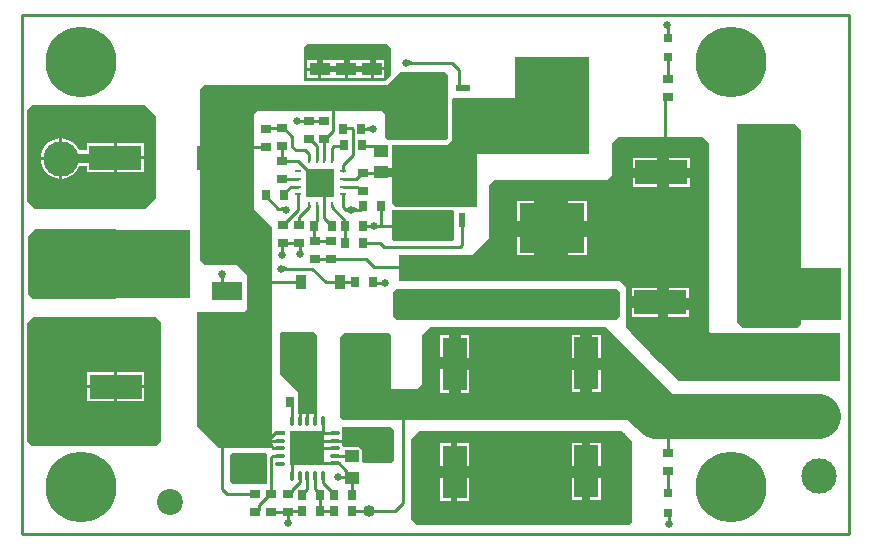
<source format=gtl>
G04*
G04 #@! TF.GenerationSoftware,Altium Limited,Altium Designer,19.0.14 (431)*
G04*
G04 Layer_Physical_Order=1*
G04 Layer_Color=152*
%FSLAX25Y25*%
%MOIN*%
G70*
G01*
G75*
%ADD10C,0.01000*%
%ADD23R,0.03740X0.01378*%
%ADD24O,0.03740X0.01378*%
%ADD25O,0.01378X0.03740*%
%ADD26R,0.11221X0.11221*%
%ADD43R,0.03150X0.03150*%
%ADD44R,0.09646X0.09646*%
%ADD45R,0.00984X0.02362*%
%ADD46R,0.02362X0.00984*%
%ADD47R,0.15394X0.15000*%
%ADD48R,0.02402X0.04331*%
%ADD49R,0.02402X0.05000*%
%ADD50R,0.03543X0.02756*%
%ADD51R,0.08000X0.17500*%
%ADD52R,0.06693X0.04331*%
%ADD53R,0.17500X0.08000*%
%ADD54C,0.04000*%
%ADD55R,0.07087X0.08661*%
%ADD56R,0.10236X0.04331*%
G04:AMPARAMS|DCode=57|XSize=35.43mil|YSize=27.56mil|CornerRadius=4.13mil|HoleSize=0mil|Usage=FLASHONLY|Rotation=90.000|XOffset=0mil|YOffset=0mil|HoleType=Round|Shape=RoundedRectangle|*
%AMROUNDEDRECTD57*
21,1,0.03543,0.01929,0,0,90.0*
21,1,0.02717,0.02756,0,0,90.0*
1,1,0.00827,0.00965,0.01358*
1,1,0.00827,0.00965,-0.01358*
1,1,0.00827,-0.00965,-0.01358*
1,1,0.00827,-0.00965,0.01358*
%
%ADD57ROUNDEDRECTD57*%
%ADD58R,0.02756X0.03543*%
%ADD59R,0.05118X0.03937*%
G04:AMPARAMS|DCode=60|XSize=35.43mil|YSize=27.56mil|CornerRadius=4.13mil|HoleSize=0mil|Usage=FLASHONLY|Rotation=180.000|XOffset=0mil|YOffset=0mil|HoleType=Round|Shape=RoundedRectangle|*
%AMROUNDEDRECTD60*
21,1,0.03543,0.01929,0,0,180.0*
21,1,0.02717,0.02756,0,0,180.0*
1,1,0.00827,-0.01358,0.00965*
1,1,0.00827,0.01358,0.00965*
1,1,0.00827,0.01358,-0.00965*
1,1,0.00827,-0.01358,-0.00965*
%
%ADD60ROUNDEDRECTD60*%
%ADD61R,0.10236X0.06299*%
%ADD62R,0.27559X0.22835*%
%ADD63R,0.03543X0.04724*%
%ADD64R,0.21654X0.16535*%
%ADD65R,0.05000X0.02402*%
%ADD66R,0.04331X0.02402*%
%ADD67R,0.15000X0.15394*%
%ADD68C,0.04000*%
%ADD69C,0.15000*%
%ADD70C,0.03000*%
%ADD71C,0.10000*%
%ADD72C,0.06000*%
%ADD73C,0.02000*%
%ADD74R,0.03700X0.04925*%
%ADD75R,0.04000X0.03600*%
%ADD76R,0.23800X0.03600*%
%ADD77R,0.02600X0.20300*%
%ADD78R,0.02400X0.20220*%
%ADD79R,0.04200X0.24000*%
%ADD80R,0.55000X0.04100*%
%ADD81R,0.04100X0.24100*%
%ADD82R,0.15700X0.04100*%
%ADD83R,0.15900X0.17280*%
%ADD84R,0.27300X0.05800*%
%ADD85R,0.11400X0.23800*%
%ADD86R,0.71800X0.07200*%
%ADD87C,0.11811*%
%ADD88C,0.08661*%
%ADD89C,0.23622*%
%ADD90C,0.02559*%
%ADD91C,0.02598*%
%ADD92C,0.01968*%
G36*
X128994Y158121D02*
X129079Y158053D01*
X129169Y157994D01*
X129265Y157942D01*
X129366Y157899D01*
X129471Y157863D01*
X129582Y157836D01*
X129698Y157816D01*
X129819Y157804D01*
X129946Y157800D01*
Y156800D01*
X129819Y156796D01*
X129698Y156784D01*
X129582Y156764D01*
X129471Y156737D01*
X129366Y156701D01*
X129265Y156658D01*
X129169Y156606D01*
X129079Y156547D01*
X128994Y156480D01*
X128914Y156404D01*
Y158196D01*
X128994Y158121D01*
D02*
G37*
G36*
X122800Y162100D02*
X122800Y153000D01*
X120824Y151023D01*
X94000Y151023D01*
Y162400D01*
X95000Y163400D01*
X121500D01*
X122800Y162100D01*
D02*
G37*
G36*
X141800Y153178D02*
Y132200D01*
X141100Y131500D01*
X121900D01*
X120800Y132600D01*
Y140300D01*
X120000Y141100D01*
X91800D01*
Y141100D01*
X82300Y141100D01*
X78400Y141100D01*
X77100Y139800D01*
X77100Y108500D01*
X83100Y102500D01*
Y69200D01*
Y28800D01*
X65700Y28800D01*
X58400Y36100D01*
X58400Y60900D01*
X58400Y74100D01*
X73900D01*
X74900Y75100D01*
Y77875D01*
Y86500D01*
X71700Y89700D01*
X61000D01*
X59300Y91400D01*
Y106800D01*
Y148500D01*
X60500Y149700D01*
X90100Y149700D01*
Y149800D01*
X121700Y149800D01*
X126100Y154200D01*
X140778D01*
X141800Y153178D01*
D02*
G37*
G36*
X116086Y134304D02*
X116006Y134379D01*
X115921Y134447D01*
X115831Y134506D01*
X115735Y134558D01*
X115634Y134601D01*
X115529Y134637D01*
X115418Y134664D01*
X115302Y134684D01*
X115181Y134696D01*
X115055Y134700D01*
Y135700D01*
X115181Y135704D01*
X115302Y135716D01*
X115418Y135736D01*
X115529Y135763D01*
X115634Y135799D01*
X115735Y135842D01*
X115831Y135894D01*
X115921Y135953D01*
X116006Y136021D01*
X116086Y136096D01*
Y134304D01*
D02*
G37*
G36*
X188900Y145900D02*
Y126746D01*
X151500D01*
Y109300D01*
X124400Y109300D01*
X123150Y110550D01*
X123150Y129800D01*
X141600D01*
X143100Y131300D01*
Y145124D01*
X143572Y145596D01*
X164400D01*
Y159200D01*
X188900D01*
Y145900D01*
D02*
G37*
G36*
X44600Y139300D02*
Y112298D01*
X40900Y108598D01*
X4202D01*
X1600Y111200D01*
Y141500D01*
X3200Y143100D01*
X40800D01*
X44600Y139300D01*
D02*
G37*
G36*
X108463Y107713D02*
X108449Y107729D01*
X108423Y107744D01*
X108386Y107757D01*
X108338Y107769D01*
X108279Y107778D01*
X108128Y107792D01*
X107932Y107799D01*
X107817Y107800D01*
Y108800D01*
X107932Y108801D01*
X108279Y108822D01*
X108338Y108831D01*
X108386Y108843D01*
X108423Y108856D01*
X108449Y108871D01*
X108463Y108887D01*
Y107713D01*
D02*
G37*
G36*
X86842Y107642D02*
X86783Y107729D01*
X86717Y107806D01*
X86643Y107875D01*
X86561Y107934D01*
X86471Y107984D01*
X86374Y108025D01*
X86269Y108057D01*
X86157Y108080D01*
X86036Y108094D01*
X85908Y108098D01*
X86172Y109098D01*
X86296Y109101D01*
X86535Y109124D01*
X86649Y109144D01*
X86760Y109170D01*
X86867Y109201D01*
X86970Y109238D01*
X87070Y109281D01*
X87167Y109330D01*
X87259Y109384D01*
X86842Y107642D01*
D02*
G37*
G36*
X110594Y109121D02*
X110679Y109053D01*
X110769Y108994D01*
X110865Y108942D01*
X110966Y108899D01*
X111071Y108863D01*
X111182Y108836D01*
X111298Y108816D01*
X111419Y108804D01*
X111546Y108800D01*
Y107800D01*
X111419Y107796D01*
X111298Y107784D01*
X111182Y107764D01*
X111071Y107737D01*
X110966Y107701D01*
X110865Y107658D01*
X110769Y107606D01*
X110679Y107547D01*
X110594Y107480D01*
X110514Y107404D01*
Y109196D01*
X110594Y109121D01*
D02*
G37*
G36*
X143876Y107700D02*
X143876Y98545D01*
X143180Y97849D01*
X123751Y97849D01*
X123100Y98500D01*
X123100Y108100D01*
X123200Y108200D01*
X143376Y108200D01*
X143876Y107700D01*
D02*
G37*
G36*
X87394Y89420D02*
X87479Y89353D01*
X87569Y89294D01*
X87665Y89242D01*
X87766Y89199D01*
X87871Y89163D01*
X87982Y89136D01*
X88098Y89116D01*
X88219Y89104D01*
X88345Y89100D01*
Y88100D01*
X88219Y88096D01*
X88098Y88084D01*
X87982Y88064D01*
X87871Y88037D01*
X87766Y88001D01*
X87665Y87958D01*
X87569Y87906D01*
X87479Y87847D01*
X87394Y87779D01*
X87314Y87704D01*
Y89496D01*
X87394Y89420D01*
D02*
G37*
G36*
X67520Y85706D02*
X67453Y85621D01*
X67394Y85531D01*
X67342Y85435D01*
X67299Y85334D01*
X67263Y85229D01*
X67236Y85118D01*
X67216Y85002D01*
X67204Y84881D01*
X67200Y84755D01*
X66200D01*
X66196Y84881D01*
X66184Y85002D01*
X66164Y85118D01*
X66137Y85229D01*
X66101Y85334D01*
X66058Y85435D01*
X66006Y85531D01*
X65947Y85621D01*
X65879Y85706D01*
X65804Y85786D01*
X67596D01*
X67520Y85706D01*
D02*
G37*
G36*
X31400Y78600D02*
X31300Y78500D01*
X3600D01*
X1900Y80200D01*
Y99300D01*
X4300Y101700D01*
X31400D01*
Y78600D01*
D02*
G37*
G36*
X199100Y80800D02*
Y72500D01*
X198000Y71400D01*
X124975D01*
X123700Y72675D01*
Y77100D01*
Y80800D01*
X124800Y81900D01*
X198000D01*
X199100Y80800D01*
D02*
G37*
G36*
X257500Y136900D02*
X259600Y134800D01*
X259600Y70200D01*
X258100Y68700D01*
X240200Y68700D01*
X238200Y70700D01*
Y136900D01*
X257500Y136900D01*
D02*
G37*
G36*
X228800Y130500D02*
Y70500D01*
X228900D01*
X228900Y67800D01*
X229700Y67000D01*
X272500Y67000D01*
X272500Y51300D01*
X218500Y51300D01*
X212772Y57028D01*
X212578Y57027D01*
X209201Y60599D01*
X202800Y67000D01*
Y67369D01*
X201400Y68850D01*
X201400Y82200D01*
X199100Y84500D01*
X125854D01*
X125500Y84854D01*
X125500Y93300D01*
X125500D01*
X125500Y93300D01*
X125500Y93300D01*
X150100D01*
X155600Y98800D01*
X155600Y116500D01*
X157300Y118200D01*
X194800D01*
X196500Y119900D01*
Y130400D01*
X198700Y132600D01*
X226700D01*
X228800Y130500D01*
D02*
G37*
G36*
X217200Y46500D02*
X217200Y38300D01*
X118800Y38300D01*
X106800D01*
X105996Y39104D01*
Y40500D01*
X106000Y40600D01*
Y65700D01*
X107500Y67200D01*
X122100D01*
X122900Y66400D01*
Y48500D01*
X131500D01*
X133200Y50200D01*
X133200Y66500D01*
X135800Y69100D01*
X194600D01*
X217200Y46500D01*
D02*
G37*
G36*
X98100Y66500D02*
X98100Y40200D01*
X92021D01*
Y47279D01*
X85782Y53518D01*
Y66782D01*
X86400Y67400D01*
X97200D01*
X98100Y66500D01*
D02*
G37*
G36*
X92021Y40000D02*
X92000Y40200D01*
X92021D01*
Y40000D01*
D02*
G37*
G36*
X44700Y72600D02*
X46400Y70900D01*
X46400Y31000D01*
X44900Y29500D01*
X3300D01*
X1529Y31271D01*
X1529Y70529D01*
X3600Y72600D01*
X44700Y72600D01*
D02*
G37*
G36*
X123900Y34800D02*
Y24600D01*
X123000Y23700D01*
X113900D01*
X113400Y24200D01*
Y28200D01*
X112400Y29200D01*
X107100D01*
X106600Y29700D01*
Y35900D01*
X122800D01*
X123900Y34800D01*
D02*
G37*
G36*
X81500Y26700D02*
X81500Y17300D01*
X81100Y16900D01*
X70000Y16900D01*
X69145Y17755D01*
Y26500D01*
X69845Y27200D01*
X81000D01*
X81500Y26700D01*
D02*
G37*
G36*
X203200Y31300D02*
Y3800D01*
X202400Y3000D01*
X131700D01*
X129700Y5000D01*
Y31950D01*
X132350Y34600D01*
X199900D01*
X203200Y31300D01*
D02*
G37*
%LPC*%
G36*
X112453Y158165D02*
X112028Y157986D01*
X111953Y157986D01*
X108480D01*
Y155020D01*
Y152055D01*
X112028D01*
X112126Y152055D01*
X112552Y152235D01*
X112626Y152235D01*
X116100D01*
Y155200D01*
X116600D01*
D01*
X116100D01*
Y158165D01*
X112552D01*
X112461Y158165D01*
X112453D01*
D02*
G37*
G36*
X117100Y158165D02*
Y155700D01*
X120747D01*
Y158165D01*
X117100D01*
D02*
G37*
G36*
X98700Y157986D02*
X95053D01*
Y155520D01*
X98700D01*
Y157986D01*
D02*
G37*
G36*
X120747Y154700D02*
X117100D01*
Y152235D01*
X120747D01*
Y154700D01*
D02*
G37*
G36*
X98700Y154520D02*
X95053D01*
Y152055D01*
X98700D01*
Y154520D01*
D02*
G37*
G36*
X103833Y157986D02*
X103347D01*
X103333Y157986D01*
X99700D01*
Y155020D01*
Y152055D01*
X103333D01*
X103347Y152055D01*
X103833D01*
X103847Y152055D01*
X107480D01*
Y155020D01*
Y157986D01*
X103847D01*
X103833Y157986D01*
D02*
G37*
G36*
X40550Y130400D02*
X31500D01*
Y126100D01*
X40550D01*
Y130400D01*
D02*
G37*
G36*
X12300Y131989D02*
X11485Y131909D01*
X10221Y131525D01*
X9057Y130902D01*
X8036Y130064D01*
X7198Y129043D01*
X6575Y127878D01*
X6191Y126614D01*
X6111Y125800D01*
X12300D01*
Y131989D01*
D02*
G37*
G36*
X40550Y125100D02*
X31500D01*
Y120800D01*
X40550D01*
Y125100D01*
D02*
G37*
G36*
X13300Y131989D02*
Y125300D01*
Y118611D01*
X14115Y118692D01*
X15379Y119075D01*
X16543Y119698D01*
X17564Y120536D01*
X18402Y121557D01*
X19025Y122722D01*
X19027Y122727D01*
X21450D01*
Y120800D01*
X30500D01*
Y125600D01*
Y130400D01*
X21450D01*
Y128173D01*
X18868D01*
X18402Y129043D01*
X17564Y130064D01*
X16543Y130902D01*
X15379Y131525D01*
X14115Y131909D01*
X13300Y131989D01*
D02*
G37*
G36*
X12300Y124800D02*
X6111D01*
X6191Y123986D01*
X6575Y122722D01*
X7198Y121557D01*
X8036Y120536D01*
X9057Y119698D01*
X10221Y119075D01*
X11485Y118692D01*
X12300Y118611D01*
Y124800D01*
D02*
G37*
G36*
X222550Y125500D02*
X213500D01*
Y121200D01*
X222550D01*
Y125500D01*
D02*
G37*
G36*
X212500D02*
X203450D01*
Y121200D01*
X212500D01*
Y125500D01*
D02*
G37*
G36*
X222550Y120200D02*
X213500D01*
Y115900D01*
X222550D01*
Y120200D01*
D02*
G37*
G36*
X212500D02*
X203450D01*
Y115900D01*
X212500D01*
Y120200D01*
D02*
G37*
G36*
X188127Y111246D02*
X177000D01*
Y102678D01*
X188127D01*
Y111246D01*
D02*
G37*
G36*
X176000D02*
X164873D01*
Y102678D01*
X176000D01*
Y111246D01*
D02*
G37*
G36*
X188127Y101678D02*
X177000D01*
Y93110D01*
X188127D01*
Y101678D01*
D02*
G37*
G36*
X176000D02*
X164873D01*
Y93110D01*
X176000D01*
Y101678D01*
D02*
G37*
G36*
X179853Y91686D02*
X179446D01*
X179353Y91686D01*
X175800D01*
Y88721D01*
Y85755D01*
X179353D01*
X179446Y85755D01*
X179853D01*
X179946Y85755D01*
X183500D01*
Y88721D01*
Y91686D01*
X179946D01*
X179853Y91686D01*
D02*
G37*
G36*
X197346Y91686D02*
X193700D01*
Y89220D01*
X197346D01*
Y91686D01*
D02*
G37*
G36*
X192700D02*
X189053D01*
Y89220D01*
X192700D01*
Y91686D01*
D02*
G37*
G36*
X184500D02*
Y89220D01*
X188146D01*
Y91686D01*
X184500D01*
D02*
G37*
G36*
X166200D02*
X162554D01*
Y89220D01*
X166200D01*
Y91686D01*
D02*
G37*
G36*
X158400D02*
Y89220D01*
X162047D01*
Y91686D01*
X158400D01*
D02*
G37*
G36*
X132200D02*
X128553D01*
Y89220D01*
X132200D01*
Y91686D01*
D02*
G37*
G36*
X197346Y88221D02*
X193700D01*
Y85755D01*
X197346D01*
Y88221D01*
D02*
G37*
G36*
X192700D02*
X189053D01*
Y85755D01*
X192700D01*
Y88221D01*
D02*
G37*
G36*
X188146D02*
X184500D01*
Y85755D01*
X188146D01*
Y88221D01*
D02*
G37*
G36*
X162047D02*
X158400D01*
Y85755D01*
X162047D01*
Y88221D01*
D02*
G37*
G36*
X150200Y91686D02*
Y88721D01*
Y85755D01*
X157400D01*
Y88721D01*
Y91686D01*
X150200D01*
D02*
G37*
G36*
X141978D02*
Y88721D01*
Y85755D01*
X149200D01*
Y88721D01*
Y91686D01*
X141978D01*
D02*
G37*
G36*
X132200Y88221D02*
X128553D01*
Y85755D01*
X132200D01*
Y88221D01*
D02*
G37*
G36*
X170846Y91686D02*
X170653Y91686D01*
X167200D01*
Y88721D01*
Y85755D01*
X170653D01*
X171153Y85755D01*
X171346Y85755D01*
X174800D01*
Y88721D01*
Y91686D01*
X171346D01*
X170846Y91686D01*
D02*
G37*
G36*
X166200Y88221D02*
X162554D01*
Y85755D01*
X166200D01*
Y88221D01*
D02*
G37*
G36*
X137332Y91686D02*
X136846D01*
X136832Y91686D01*
X133200D01*
Y88721D01*
Y85755D01*
X136832D01*
X136846Y85755D01*
X137332D01*
X137346Y85755D01*
X140978D01*
Y88721D01*
Y91686D01*
X137346D01*
X137332Y91686D01*
D02*
G37*
G36*
X222250Y82200D02*
X213200D01*
Y77900D01*
X222250D01*
Y82200D01*
D02*
G37*
G36*
X212200D02*
X203150D01*
Y77900D01*
X212200D01*
Y82200D01*
D02*
G37*
G36*
X222250Y76900D02*
X213200D01*
Y72600D01*
X222250D01*
Y76900D01*
D02*
G37*
G36*
X212200D02*
X203150D01*
Y72600D01*
X212200D01*
Y76900D01*
D02*
G37*
G36*
X192800Y66550D02*
X188500D01*
Y57500D01*
X192800D01*
Y66550D01*
D02*
G37*
G36*
X187500D02*
X183200D01*
Y57500D01*
X187500D01*
Y66550D01*
D02*
G37*
G36*
X148900Y66350D02*
X144600D01*
Y57300D01*
X148900D01*
Y66350D01*
D02*
G37*
G36*
X143600D02*
X139300D01*
Y57300D01*
X143600D01*
Y66350D01*
D02*
G37*
G36*
X192800Y56500D02*
X188500D01*
Y47450D01*
X192800D01*
Y56500D01*
D02*
G37*
G36*
X187500D02*
X183200D01*
Y47450D01*
X187500D01*
Y56500D01*
D02*
G37*
G36*
X148900Y56300D02*
X144600D01*
Y47250D01*
X148900D01*
Y56300D01*
D02*
G37*
G36*
X143600D02*
X139300D01*
Y47250D01*
X143600D01*
Y56300D01*
D02*
G37*
G36*
X40650Y54100D02*
X31600D01*
Y49800D01*
X40650D01*
Y54100D01*
D02*
G37*
G36*
X30600D02*
X21550D01*
Y49800D01*
X30600D01*
Y54100D01*
D02*
G37*
G36*
X40650Y48800D02*
X31600D01*
Y44500D01*
X40650D01*
Y48800D01*
D02*
G37*
G36*
X30600D02*
X21550D01*
Y44500D01*
X30600D01*
Y48800D01*
D02*
G37*
G36*
X192800Y30550D02*
X188500D01*
Y21500D01*
X192800D01*
Y30550D01*
D02*
G37*
G36*
X187500D02*
X183200D01*
Y21500D01*
X187500D01*
Y30550D01*
D02*
G37*
G36*
X148900Y30350D02*
X144600D01*
Y21300D01*
X148900D01*
Y30350D01*
D02*
G37*
G36*
X143600D02*
X139300D01*
Y21300D01*
X143600D01*
Y30350D01*
D02*
G37*
G36*
X192800Y20500D02*
X188500D01*
Y11450D01*
X192800D01*
Y20500D01*
D02*
G37*
G36*
X187500D02*
X183200D01*
Y11450D01*
X187500D01*
Y20500D01*
D02*
G37*
G36*
X148900Y20300D02*
X144600D01*
Y11250D01*
X148900D01*
Y20300D01*
D02*
G37*
G36*
X143600D02*
X139300D01*
Y11250D01*
X143600D01*
Y20300D01*
D02*
G37*
%LPD*%
D10*
X117100Y83900D02*
X120800D01*
X117000Y84000D02*
X117100Y83900D01*
X105996Y84000D02*
X106796Y83200D01*
X105796Y84200D02*
X105996Y84000D01*
X111000D01*
X86400Y88600D02*
X96700D01*
X101100Y84200D01*
X92498Y93402D02*
Y96902D01*
X92200Y97200D02*
X92498Y96902D01*
X86700Y93110D02*
Y96987D01*
X86693Y96993D02*
X86700Y96987D01*
X211100Y39500D02*
X215300Y35300D01*
Y27100D02*
Y35300D01*
Y13706D02*
Y21100D01*
X215500Y3400D02*
Y7010D01*
X215300Y7210D02*
X215500Y7010D01*
X215000Y169800D02*
X215100Y169700D01*
Y165584D02*
Y169700D01*
Y159088D02*
X215300Y158888D01*
Y151800D02*
Y158888D01*
X213000Y120700D02*
X214200Y121900D01*
Y144922D01*
X215078Y145800D01*
X215300D01*
X68475Y80325D02*
X69450Y81300D01*
X66700Y82100D02*
X67900Y80900D01*
X68475Y80325D01*
X101100Y84200D02*
X105796D01*
X145601Y148700D02*
Y154799D01*
X143100Y157300D02*
X145601Y154799D01*
X128000Y157300D02*
X143100D01*
X67000Y125600D02*
X70500Y129100D01*
X81100D01*
X81300Y129300D01*
X99872Y132628D02*
X100450Y132050D01*
X100700Y131800D01*
X75751Y31259D02*
X78653D01*
X85854D01*
X145601Y148700D02*
X146900D01*
X113117Y135200D02*
X117000D01*
X113017Y135300D02*
X113117Y135200D01*
X100994Y131700D02*
X103700Y134406D01*
X99200Y143800D02*
X103700D01*
Y134406D02*
Y143800D01*
X103000Y102800D02*
Y103194D01*
X104279Y31259D02*
X117379D01*
X108687Y19200D02*
X109487Y18400D01*
X100680Y109720D02*
Y115920D01*
X91700Y137800D02*
X95500D01*
Y131800D02*
X95894D01*
X98120Y129573D01*
Y124680D02*
Y129573D01*
X95500Y137800D02*
X100700D01*
X99872Y132628D02*
Y132878D01*
X81050Y135350D02*
X86650D01*
X81000Y135300D02*
X81050Y135350D01*
X86650D02*
X86700Y135400D01*
X129300Y103000D02*
X129800D01*
X129100Y102800D02*
X129300Y103000D01*
X119647Y102800D02*
X129100D01*
X119647D02*
Y109500D01*
X117200Y102800D02*
X119647D01*
X92604Y84000D02*
X92804Y84200D01*
X83000Y84000D02*
X92604D01*
X82200Y83200D02*
X83000Y84000D01*
X66500Y29645D02*
X71082D01*
X66500Y15000D02*
Y29645D01*
X126880Y10580D02*
Y43300D01*
X124200Y7900D02*
X126880Y10580D01*
X115600Y7900D02*
X124200D01*
X109907D02*
X115600D01*
X109800Y7793D02*
X109907Y7900D01*
X99300Y7800D02*
X99307Y7793D01*
X103800D01*
X105100Y19200D02*
X108687D01*
X109487Y18400D02*
X109800Y18713D01*
Y13100D02*
Y18713D01*
X100185Y19487D02*
X100257Y19415D01*
Y17037D02*
Y19415D01*
Y17037D02*
X103800Y13494D01*
Y13100D02*
Y13494D01*
X99400Y7900D02*
Y13100D01*
X99300Y7800D02*
X99400Y7900D01*
X88500Y7400D02*
X88900Y7800D01*
X93300D01*
X95067Y15160D02*
Y19487D01*
X93400Y13494D02*
X95067Y15160D01*
X92435Y17335D02*
Y19415D01*
X89772Y14672D02*
X92435Y17335D01*
X89772Y14278D02*
Y14672D01*
X88894Y13400D02*
X89772Y14278D01*
X109800Y18713D02*
X110000Y18913D01*
X88550Y3750D02*
X88600Y3700D01*
X88550Y3750D02*
Y7350D01*
X88500Y7400D02*
X88550Y7350D01*
X83728Y28772D02*
X85782D01*
X82855Y29645D02*
X83728Y28772D01*
X77365Y29645D02*
X82855D01*
X84118Y33818D02*
X85854D01*
X82900Y32600D02*
X84118Y33818D01*
X79943Y32600D02*
X82900D01*
X78653Y31310D02*
X79943Y32600D01*
X87641Y108598D02*
X87939Y108300D01*
X85402Y108598D02*
X87641D01*
X81094Y112906D02*
X85402Y108598D01*
X81094Y112906D02*
Y113300D01*
X91853Y108153D02*
Y113354D01*
X86900Y103200D02*
X91853Y108153D01*
X146600Y96500D02*
Y104900D01*
X145900Y95800D02*
X146600Y96500D01*
X120700Y95800D02*
X145900D01*
X66700Y82100D02*
Y86700D01*
X86693Y96993D02*
X86900Y97200D01*
X117100Y89100D02*
X132320D01*
X114500Y91700D02*
X117100Y89100D01*
X102827Y91700D02*
X114500D01*
X113728Y97200D02*
X119300D01*
X120700Y95800D01*
X68300Y81300D02*
X69450D01*
X75751Y31259D02*
X77365Y29645D01*
X75700Y31310D02*
X75751Y31259D01*
X71082Y29645D02*
X72747Y31310D01*
X75700D01*
X66500Y15000D02*
X68100Y13400D01*
X77600D01*
X82784D02*
Y25483D01*
Y13400D02*
X83000D01*
X82606D02*
X82784D01*
X77600Y7400D02*
X77994D01*
X78872Y8278D01*
Y9665D01*
X82606Y13400D01*
X75700Y31310D02*
X78653D01*
X85782Y28772D02*
X85854Y28700D01*
X68300Y99300D02*
X70900Y96700D01*
X82784Y25483D02*
X83370Y26069D01*
X85782D01*
X85854Y26141D01*
X83000Y7400D02*
X88500D01*
X92901Y26535D02*
X95067Y28700D01*
X89956Y23590D02*
X92901Y26535D01*
X89956Y19495D02*
Y23590D01*
X89949Y19487D02*
X89956Y19495D01*
X99400Y13100D02*
Y13494D01*
X97626Y15268D02*
X99400Y13494D01*
X97626Y15268D02*
Y19487D01*
X93400Y13100D02*
Y13494D01*
X88500Y13400D02*
X88894D01*
X92435Y19415D02*
X92508Y19487D01*
X109409Y18913D02*
X110000D01*
X107941Y20382D02*
X109409Y18913D01*
X107941Y20382D02*
Y21219D01*
X105460Y23700D02*
X107941Y21219D01*
X104279Y23700D02*
X105460D01*
X109859Y26141D02*
X110000Y26000D01*
X104279Y26141D02*
X109859D01*
X117379Y31259D02*
X118200Y32079D01*
X97232Y26535D02*
X100067Y23700D01*
X95067Y28700D02*
X97232Y26535D01*
X100067Y23700D02*
X104279D01*
X95067Y28700D02*
X104279D01*
X97626Y31259D02*
X100177Y33810D01*
X97232Y30865D02*
X97626Y31259D01*
X104279D01*
X95067Y28700D02*
X97232Y30865D01*
X100177Y33810D02*
X104271D01*
X104279Y33818D01*
X100177Y33810D02*
Y37905D01*
X100185Y37913D01*
X89100Y44000D02*
X89876Y43224D01*
Y37985D02*
Y43224D01*
Y37985D02*
X89949Y37913D01*
X95067D02*
Y56354D01*
X97626Y53795D01*
Y37913D02*
Y53795D01*
X92508Y58913D02*
Y59700D01*
Y37913D02*
Y58913D01*
X95067Y56354D01*
X90954Y60466D02*
X92508Y58913D01*
X90954Y61254D02*
X92508Y59700D01*
X90108Y62100D02*
X90954Y61254D01*
Y60466D02*
Y61254D01*
X132320Y89100D02*
X132700Y88721D01*
X146600Y126300D02*
Y143400D01*
X146900Y143700D01*
X92200Y103200D02*
Y105685D01*
Y103166D02*
Y103200D01*
Y105685D02*
X95561Y109046D01*
X107817Y108300D02*
X109600D01*
X106880Y109237D02*
X107817Y108300D01*
X106880Y109237D02*
Y113361D01*
X109600Y108300D02*
X112447D01*
X113647Y109500D01*
X97500Y91700D02*
X102827D01*
X97000Y103194D02*
X97250Y102944D01*
Y97950D02*
Y102944D01*
Y97950D02*
X97500Y97700D01*
X102827D01*
X113600Y102800D02*
X117200D01*
X113600Y102800D02*
X113600Y102800D01*
X107728Y97200D02*
Y104557D01*
X103239Y109046D02*
X107728Y104557D01*
X103239Y109046D02*
Y109720D01*
X113155Y114500D02*
X113549D01*
X111734Y115920D02*
X113155Y114500D01*
X106880Y115920D02*
X111734D01*
X86900Y97200D02*
X92200D01*
X87043Y113490D02*
X89466Y115913D01*
X91912D01*
X91920Y115920D01*
X91853Y113354D02*
X91861Y113361D01*
X91920D01*
X95561Y109046D02*
Y109720D01*
X99400Y117200D02*
X100680Y115920D01*
Y105514D02*
X103000Y103194D01*
X100680Y105514D02*
Y109720D01*
X97000Y102800D02*
Y103194D01*
X98120Y104314D01*
Y109720D01*
X86700Y118600D02*
X86813Y118487D01*
X91912D01*
X91920Y118480D01*
X97535Y145465D02*
X99200Y143800D01*
X97038Y119562D02*
X99400Y117200D01*
X92000Y124600D02*
X97038Y119562D01*
X86700Y124600D02*
X92000D01*
X86700Y129400D02*
X86700Y129400D01*
X86700Y124600D02*
Y129400D01*
X89951Y129249D02*
Y132543D01*
X87094Y135400D02*
X89951Y132543D01*
X86700Y135400D02*
X87094D01*
X89951Y129249D02*
X91100Y128100D01*
X94200D01*
X95553Y126746D01*
Y124688D02*
Y126746D01*
Y124688D02*
X95561Y124680D01*
X109895Y135500D02*
X110100Y135295D01*
Y126526D02*
Y135295D01*
X107217Y135500D02*
X109895D01*
X107017Y135300D02*
X107217Y135500D01*
X106880Y123306D02*
X110100Y126526D01*
X106880Y121039D02*
Y123306D01*
X100680Y124680D02*
Y130314D01*
X119200Y120500D02*
X119500Y120800D01*
X113549Y120500D02*
X119200D01*
X113155D02*
X113549D01*
X111134Y118480D02*
X113155Y120500D01*
X106880Y118480D02*
X111134D01*
X118032Y129355D02*
X119500Y127887D01*
X113645Y129355D02*
X118032D01*
X113100Y129900D02*
X113645Y129355D01*
X104000Y129600D02*
X106800D01*
X107100Y129900D01*
X103239Y128839D02*
X104000Y129600D01*
X103239Y124680D02*
Y128839D01*
X-0Y173228D02*
X275590D01*
X275590Y0D02*
Y173228D01*
X0Y0D02*
X275590D01*
X-0Y173228D02*
X0Y0D01*
D23*
X85854Y33818D02*
D03*
D24*
Y31259D02*
D03*
Y28700D02*
D03*
Y26141D02*
D03*
Y23582D02*
D03*
X104279Y23700D02*
D03*
Y26141D02*
D03*
Y28700D02*
D03*
Y31259D02*
D03*
Y33818D02*
D03*
D25*
X89949Y19487D02*
D03*
X92508D02*
D03*
X95067D02*
D03*
X97626D02*
D03*
X100185D02*
D03*
Y37913D02*
D03*
X97626D02*
D03*
X95067D02*
D03*
X92508D02*
D03*
X89949D02*
D03*
D26*
X95067Y28700D02*
D03*
D43*
X215300Y7210D02*
D03*
Y13706D02*
D03*
X215100Y165584D02*
D03*
Y159088D02*
D03*
D44*
X99400Y117200D02*
D03*
D45*
X95561Y124680D02*
D03*
X98120D02*
D03*
X100680D02*
D03*
X103239D02*
D03*
Y109720D02*
D03*
X100680D02*
D03*
X98120D02*
D03*
X95561D02*
D03*
D46*
X106880Y121039D02*
D03*
Y118480D02*
D03*
Y115920D02*
D03*
Y113361D02*
D03*
X91920D02*
D03*
Y115920D02*
D03*
Y118480D02*
D03*
Y121039D02*
D03*
D47*
X139000Y118100D02*
D03*
D48*
X131600Y126300D02*
D03*
X136600D02*
D03*
X141600D02*
D03*
X146600D02*
D03*
D49*
Y104900D02*
D03*
X141600D02*
D03*
X136600D02*
D03*
X131600D02*
D03*
D50*
X215300Y151800D02*
D03*
Y145800D02*
D03*
X215300Y21100D02*
D03*
Y27100D02*
D03*
X86700Y118600D02*
D03*
Y124600D02*
D03*
X86700Y135400D02*
D03*
Y129400D02*
D03*
X81300Y135300D02*
D03*
Y129300D02*
D03*
X77600Y7400D02*
D03*
Y13400D02*
D03*
X83000D02*
D03*
Y7400D02*
D03*
X102827Y97700D02*
D03*
Y91700D02*
D03*
X113549Y114500D02*
D03*
Y120500D02*
D03*
X86900Y97200D02*
D03*
Y103200D02*
D03*
D51*
X188000Y21000D02*
D03*
Y57000D02*
D03*
X144100Y20800D02*
D03*
Y56800D02*
D03*
D52*
X193200Y77500D02*
D03*
Y88721D02*
D03*
X184000Y77500D02*
D03*
Y88721D02*
D03*
X175300Y77500D02*
D03*
Y88721D02*
D03*
X166700Y77500D02*
D03*
Y88721D02*
D03*
X118200Y32079D02*
D03*
Y43300D02*
D03*
X110100Y32179D02*
D03*
Y43400D02*
D03*
X132700Y77500D02*
D03*
Y88721D02*
D03*
X141478Y77500D02*
D03*
Y88721D02*
D03*
X149700Y77500D02*
D03*
Y88721D02*
D03*
X157900Y77500D02*
D03*
Y88721D02*
D03*
X116600Y155200D02*
D03*
Y143980D02*
D03*
X107980Y155020D02*
D03*
Y143800D02*
D03*
X99200Y155020D02*
D03*
Y143800D02*
D03*
D53*
X248700Y77400D02*
D03*
X212700D02*
D03*
X31100Y49300D02*
D03*
X67100D02*
D03*
X249000Y120700D02*
D03*
X213000D02*
D03*
X31000Y125600D02*
D03*
X67000D02*
D03*
D54*
X115600Y7900D02*
D03*
D55*
X90108Y62100D02*
D03*
X116092D02*
D03*
D56*
X75700Y31310D02*
D03*
Y20090D02*
D03*
D57*
X89100Y44000D02*
D03*
X95100D02*
D03*
X93400Y13100D02*
D03*
X99400D02*
D03*
X113647Y109500D02*
D03*
X119647D02*
D03*
D58*
X109800Y7793D02*
D03*
X103800D02*
D03*
X93300Y7800D02*
D03*
X99300D02*
D03*
X109800Y13100D02*
D03*
X103800D02*
D03*
X117000Y84000D02*
D03*
X111000D02*
D03*
X103200Y102800D02*
D03*
X97200D02*
D03*
X107017Y135300D02*
D03*
X113017D02*
D03*
X107728Y97200D02*
D03*
X113728D02*
D03*
X107600Y102800D02*
D03*
X113600D02*
D03*
X107100Y129900D02*
D03*
X113100D02*
D03*
X81094Y113300D02*
D03*
X87094D02*
D03*
D59*
X110000Y26000D02*
D03*
Y18913D02*
D03*
X119500Y127887D02*
D03*
Y120800D02*
D03*
D60*
X88500Y7400D02*
D03*
Y13400D02*
D03*
X97500Y97700D02*
D03*
Y91700D02*
D03*
X100700Y137800D02*
D03*
Y131800D02*
D03*
X95500D02*
D03*
Y137800D02*
D03*
X92200Y103200D02*
D03*
Y97200D02*
D03*
D61*
X68300Y81300D02*
D03*
Y99300D02*
D03*
D62*
X42300Y90300D02*
D03*
D63*
X92804Y84200D02*
D03*
X105796D02*
D03*
D64*
X176500Y149422D02*
D03*
Y102178D02*
D03*
D65*
X146900Y133700D02*
D03*
Y138700D02*
D03*
Y143700D02*
D03*
Y148700D02*
D03*
D66*
X125500D02*
D03*
Y143700D02*
D03*
Y138700D02*
D03*
Y133700D02*
D03*
D67*
X133700Y141100D02*
D03*
D68*
X212700Y77400D02*
X213600Y78300D01*
Y116900D01*
X203500Y77600D02*
X212500D01*
X212700Y77400D01*
X213300Y76800D02*
X226800D01*
X212700Y77400D02*
X213300Y76800D01*
X141800Y57000D02*
X144100Y59300D01*
Y44624D02*
Y56800D01*
X142776Y43300D02*
X144100Y44624D01*
X126880Y43300D02*
X142776D01*
X66700Y125600D02*
X71517D01*
X73517Y127600D01*
Y140743D01*
X76574Y143800D01*
X99200D01*
X99290Y143890D02*
X103700D01*
X107980D01*
X125500Y143980D02*
X130821D01*
X116600D02*
X125500D01*
X107980Y143890D02*
X116510D01*
X118200Y43300D02*
X126880D01*
X144100Y56800D02*
X153000D01*
X135800Y57000D02*
X141800D01*
X125500Y143700D02*
Y143980D01*
X130821D02*
X133700Y141100D01*
X117261Y43350D02*
X118150D01*
X110150D02*
X117261D01*
X117146Y43465D02*
X117261Y43350D01*
X117146Y43465D02*
Y61046D01*
X116092Y62100D02*
X117146Y61046D01*
X118150Y43350D02*
X118200Y43300D01*
X110100Y43400D02*
X110150Y43350D01*
X107980Y143800D02*
Y143890D01*
X116510D02*
X116600Y143980D01*
X99200Y143800D02*
X99290Y143890D01*
D69*
X211100Y39500D02*
X265300D01*
X201700Y48900D02*
X211100Y39500D01*
D70*
X12800Y125300D02*
X12950Y125450D01*
X30850D01*
X31000Y125600D01*
X136300Y120800D02*
X139000Y118100D01*
X119500Y120800D02*
X136300D01*
D71*
X13100Y89700D02*
X41700D01*
X42300Y90300D01*
X39938D02*
X42300D01*
D72*
X67000Y125600D02*
X67650Y124950D01*
Y99450D02*
Y124950D01*
Y99450D02*
X67800Y99300D01*
X68300D01*
X79950Y73350D02*
Y83200D01*
Y88250D01*
X68600Y99600D02*
X71200Y97000D01*
X79950Y88250D01*
X69900Y49300D02*
Y63300D01*
X79950Y73350D01*
X69900Y49300D02*
X71850D01*
X67100D02*
X69900D01*
X75500Y33900D02*
Y40900D01*
X72850Y43550D02*
X75500Y40900D01*
X72850Y43550D02*
Y48300D01*
X71850Y49300D02*
X72850Y48300D01*
D73*
X99290Y155110D02*
X108070D01*
X76600Y24900D02*
X79300D01*
X74000D02*
X76600D01*
X71400D02*
X74000D01*
X79300Y21255D02*
Y24900D01*
X78135Y20090D02*
X79300Y21255D01*
X75700Y20090D02*
X78135D01*
X76600Y20990D02*
Y24900D01*
X75700Y20090D02*
X76600Y20990D01*
X72747Y20090D02*
X75165D01*
X74000Y21255D02*
Y24900D01*
Y21255D02*
X75165Y20090D01*
X75700D01*
X71400Y24749D02*
Y24900D01*
Y24749D02*
X71582Y24567D01*
Y21255D02*
Y24567D01*
Y21255D02*
X72747Y20090D01*
X193200Y77500D02*
X193300Y77600D01*
X132600D02*
X132700Y77500D01*
X184000D02*
X193200D01*
X175300D02*
X184000D01*
X166700D02*
X175300D01*
X157900D02*
X166700D01*
X149700D02*
X157900D01*
X141478D02*
X149700D01*
X132700D02*
X141478D01*
X175300Y100978D02*
X176500Y102178D01*
X175300Y88721D02*
Y100978D01*
X184000Y88721D02*
X193200D01*
X175300D02*
X184000D01*
X166700D02*
X175300D01*
X157900D02*
X166700D01*
X149700D02*
X157900D01*
X141478D02*
X149700D01*
X132700D02*
X141478D01*
X116800Y155400D02*
Y159900D01*
X116600Y155200D02*
X116800Y155400D01*
X108070Y155110D02*
X116510D01*
X108070D02*
X108100Y155141D01*
X107980Y155020D02*
X108070Y155110D01*
X108100Y155141D02*
Y159900D01*
X99290Y155110D02*
Y159800D01*
X99200Y155020D02*
X99290Y155110D01*
X116510D02*
X116600Y155200D01*
D74*
X213550Y73062D02*
D03*
D75*
X213600Y125100D02*
D03*
D76*
Y120600D02*
D03*
D77*
X187900Y20650D02*
D03*
D78*
X144000Y20690D02*
D03*
D79*
X144200Y55300D02*
D03*
D80*
X165600Y20750D02*
D03*
D81*
X188050Y55650D02*
D03*
D82*
X188650Y56950D02*
D03*
D83*
X265050Y80240D02*
D03*
D84*
X175950Y101900D02*
D03*
D85*
X176200Y100900D02*
D03*
D86*
X163300Y88800D02*
D03*
D87*
X265600Y19600D02*
D03*
X265300Y39600D02*
D03*
X265400Y59600D02*
D03*
Y79600D02*
D03*
X12800Y89600D02*
D03*
Y125300D02*
D03*
D88*
X49200Y10700D02*
D03*
D89*
X19685Y157480D02*
D03*
X236221D02*
D03*
Y15748D02*
D03*
X19685D02*
D03*
D90*
X128500Y106800D02*
D03*
X128600Y104200D02*
D03*
X128900Y101500D02*
D03*
X141000Y99300D02*
D03*
X138300Y99200D02*
D03*
X135600D02*
D03*
X132700D02*
D03*
X130100D02*
D03*
X127400Y99300D02*
D03*
X125800Y101400D02*
D03*
Y104200D02*
D03*
X125700Y106800D02*
D03*
X120800Y83900D02*
D03*
X86400Y88600D02*
D03*
X92498Y93402D02*
D03*
X86700Y93110D02*
D03*
X215500Y3400D02*
D03*
X215000Y169800D02*
D03*
X19500Y42300D02*
D03*
Y45100D02*
D03*
Y47900D02*
D03*
Y50700D02*
D03*
Y53500D02*
D03*
Y56400D02*
D03*
X43000Y132700D02*
D03*
Y129900D02*
D03*
Y127100D02*
D03*
Y124300D02*
D03*
Y121500D02*
D03*
Y118600D02*
D03*
X38100Y134800D02*
D03*
X35300D02*
D03*
X32500D02*
D03*
X29700D02*
D03*
X26900D02*
D03*
X24000D02*
D03*
X37800Y114700D02*
D03*
X35000D02*
D03*
X32200D02*
D03*
X29400D02*
D03*
X26600D02*
D03*
X23700D02*
D03*
X44300Y41700D02*
D03*
Y44500D02*
D03*
Y47300D02*
D03*
Y50100D02*
D03*
Y52900D02*
D03*
Y55800D02*
D03*
X23600Y41100D02*
D03*
X26400D02*
D03*
X29200D02*
D03*
X32000D02*
D03*
X34800D02*
D03*
X37700D02*
D03*
X23600Y57500D02*
D03*
X26400D02*
D03*
X29200D02*
D03*
X32000D02*
D03*
X34800D02*
D03*
X37700D02*
D03*
X195000Y7350D02*
D03*
X192100D02*
D03*
X189300D02*
D03*
X186500D02*
D03*
X183700D02*
D03*
X180900D02*
D03*
X151600D02*
D03*
X148700D02*
D03*
X145900D02*
D03*
X143100D02*
D03*
X140300D02*
D03*
X137500D02*
D03*
X135500Y14400D02*
D03*
Y17300D02*
D03*
Y20100D02*
D03*
Y22900D02*
D03*
Y25700D02*
D03*
Y28500D02*
D03*
X195300Y14500D02*
D03*
Y17400D02*
D03*
Y20200D02*
D03*
Y23000D02*
D03*
Y25800D02*
D03*
Y28600D02*
D03*
X179700Y14200D02*
D03*
Y17100D02*
D03*
Y19900D02*
D03*
Y22700D02*
D03*
Y25500D02*
D03*
Y28300D02*
D03*
X152850Y14300D02*
D03*
Y17200D02*
D03*
Y20000D02*
D03*
Y22800D02*
D03*
Y25600D02*
D03*
Y28400D02*
D03*
X185700Y32700D02*
D03*
X188600D02*
D03*
X191400D02*
D03*
X194200D02*
D03*
X197000D02*
D03*
X199800D02*
D03*
X168700Y32600D02*
D03*
X171600D02*
D03*
X174400D02*
D03*
X177200D02*
D03*
X180000D02*
D03*
X182800D02*
D03*
X150773D02*
D03*
X153673D02*
D03*
X156473D02*
D03*
X159273D02*
D03*
X162073D02*
D03*
X164873D02*
D03*
X133600D02*
D03*
X136500D02*
D03*
X139300D02*
D03*
X142100D02*
D03*
X144900D02*
D03*
X147700D02*
D03*
X257200Y70250D02*
D03*
X254400D02*
D03*
X251600D02*
D03*
X248800D02*
D03*
X246000D02*
D03*
X243100D02*
D03*
X257100Y129700D02*
D03*
X254300D02*
D03*
X251500D02*
D03*
X248700D02*
D03*
X245900D02*
D03*
X243000D02*
D03*
X257100Y112700D02*
D03*
X254300D02*
D03*
X251500D02*
D03*
X248700D02*
D03*
X245900D02*
D03*
X243000D02*
D03*
X257100Y103900D02*
D03*
X254300D02*
D03*
X251500D02*
D03*
X248700D02*
D03*
X245900D02*
D03*
X243000D02*
D03*
X257200Y93500D02*
D03*
X254400D02*
D03*
X251600D02*
D03*
X248800D02*
D03*
X246000D02*
D03*
X243100D02*
D03*
X257100Y85100D02*
D03*
X254300D02*
D03*
X251500D02*
D03*
X248700D02*
D03*
X245900D02*
D03*
X243000D02*
D03*
X125600Y78800D02*
D03*
Y75800D02*
D03*
Y72900D02*
D03*
X128500D02*
D03*
X131300D02*
D03*
X134100D02*
D03*
X136900D02*
D03*
X139700D02*
D03*
X142500D02*
D03*
X145500D02*
D03*
X148400D02*
D03*
X151400D02*
D03*
X154300D02*
D03*
X157200D02*
D03*
X160000D02*
D03*
X162900D02*
D03*
X165800D02*
D03*
X169000D02*
D03*
X172100D02*
D03*
X175000D02*
D03*
X178000Y73000D02*
D03*
X181100D02*
D03*
X184100D02*
D03*
X187200D02*
D03*
X190200D02*
D03*
X193000D02*
D03*
X195900D02*
D03*
X128000Y157300D02*
D03*
X117000Y135200D02*
D03*
X91700Y137800D02*
D03*
X121000Y25900D02*
D03*
X118400Y25800D02*
D03*
X117100Y28000D02*
D03*
X119647D02*
D03*
X114600Y27900D02*
D03*
X122200Y28100D02*
D03*
X105100Y19200D02*
D03*
X115900Y25800D02*
D03*
X87939Y108300D02*
D03*
X66700Y86700D02*
D03*
X88600Y3700D02*
D03*
X71400Y24900D02*
D03*
X74000D02*
D03*
X76600D02*
D03*
X79300D02*
D03*
X109600Y108300D02*
D03*
X116800Y159900D02*
D03*
X108100D02*
D03*
X99290Y159800D02*
D03*
X117200Y102800D02*
D03*
D91*
X101762Y114838D02*
D03*
X97038D02*
D03*
X101762Y119562D02*
D03*
X97038D02*
D03*
D92*
X92901Y30865D02*
D03*
X97232D02*
D03*
X92901Y26535D02*
D03*
X97232D02*
D03*
M02*

</source>
